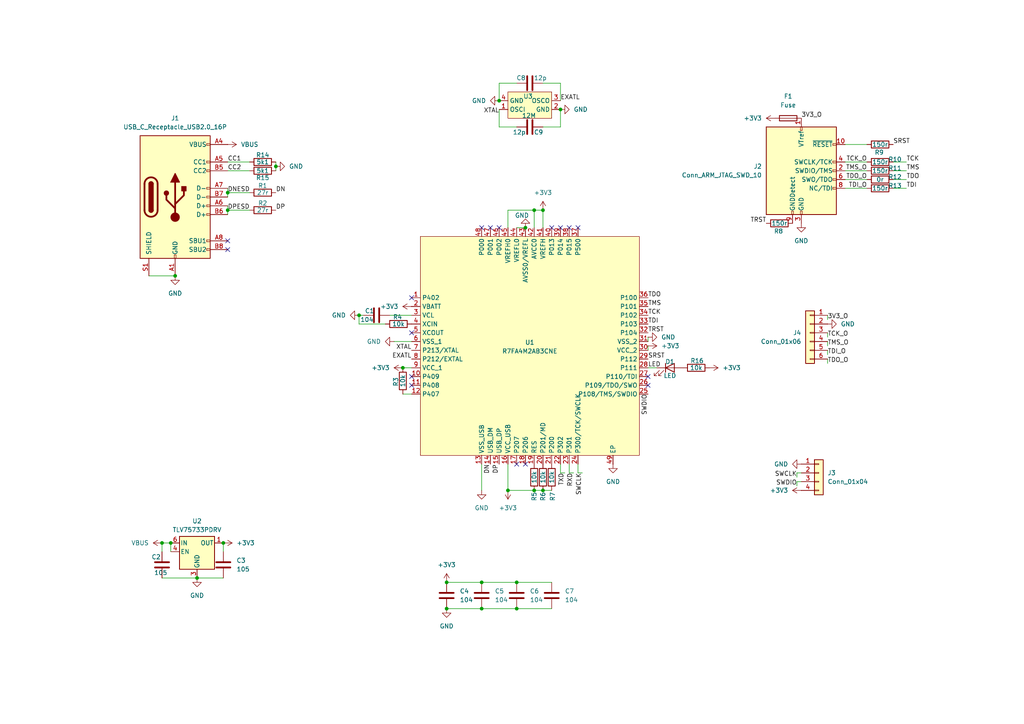
<source format=kicad_sch>
(kicad_sch (version 20231120) (generator "eeschema") (generator_version "8.0")
  (paper "A4")
  (lib_symbols
    (symbol "1st_commonly:OSC"
      (property "Reference" "U" (at 0 5.334 0))
      (property "Value" "12M" (at 0 3.048 0))
      (symbol "OSC_1_1"
        (polyline (pts (xy -6.35 3.81) (xy -6.35 -3.81) (xy 6.35 -3.81) (xy 6.35 3.81) (xy -6.35 3.81)) (fill (type background)))
        (pin input line (at -8.89 -1.27 0) (length 2.54) (name "OSCI") (number "1"))
        (pin input line (at 8.89 -1.27 180) (length 2.54) (name "GND") (number "2"))
        (pin input line (at 8.89 1.27 180) (length 2.54) (name "OSCO") (number "3"))
        (pin input line (at -8.89 1.27 0) (length 2.54) (name "GND") (number "4"))
      )
    )
    (symbol "Connector:Conn_ARM_JTAG_SWD_10" (pin_names (offset 1.016))
      (property "Reference" "J" (at -2.54 16.51 0))
      (property "Value" "Conn_ARM_JTAG_SWD_10" (at -2.54 13.97 0))
      (symbol "Conn_ARM_JTAG_SWD_10_0_1"
        (rectangle (start -10.16 12.7) (end 10.16 -12.7) (stroke (width 0.254)) (fill (type background)))
        (rectangle (start -2.794 -12.7) (end -2.286 -11.684))
        (rectangle (start -0.254 -12.7) (end 0.254 -11.684))
        (rectangle (start -0.254 12.7) (end 0.254 11.684))
        (rectangle (start 9.144 2.286) (end 10.16 2.794))
        (rectangle (start 10.16 -2.794) (end 9.144 -2.286))
        (rectangle (start 10.16 -0.254) (end 9.144 0.254))
        (rectangle (start 10.16 7.874) (end 9.144 7.366))
      )
      (symbol "Conn_ARM_JTAG_SWD_10_1_1"
        (rectangle (start 9.144 -5.334) (end 10.16 -4.826))
        (pin power_in line (at 0 15.24 270) (length 2.54) (name "VTref") (number "1"))
        (pin open_collector line (at 12.7 7.62 180) (length 2.54) (name "~{RESET}") (number "10"))
        (pin bidirectional line (at 12.7 0 180) (length 2.54) (name "SWDIO/TMS") (number "2"))
        (pin power_in line (at 0 -15.24 90) (length 2.54) (name "GND") (number "3"))
        (pin output line (at 12.7 2.54 180) (length 2.54) (name "SWCLK/TCK") (number "4"))
        (pin passive line (at 0 -15.24 90) (length 2.54) hide (name "GND") (number "5"))
        (pin input line (at 12.7 -2.54 180) (length 2.54) (name "SWO/TDO") (number "6"))
        (pin no_connect line (at -10.16 0 0) (length 2.54) hide (name "KEY") (number "7"))
        (pin output line (at 12.7 -5.08 180) (length 2.54) (name "NC/TDI") (number "8"))
        (pin passive line (at -2.54 -15.24 90) (length 2.54) (name "GNDDetect") (number "9"))
      )
    )
    (symbol "Connector:USB_C_Receptacle_USB2.0_16P" (pin_names (offset 1.016))
      (property "Reference" "J" (at 0 22.225 0))
      (property "Value" "USB_C_Receptacle_USB2.0_16P" (at 0 19.685 0))
      (symbol "USB_C_Receptacle_USB2.0_16P_0_0"
        (rectangle (start -0.254 -17.78) (end 0.254 -16.764))
        (rectangle (start 10.16 -14.986) (end 9.144 -15.494))
        (rectangle (start 10.16 -12.446) (end 9.144 -12.954))
        (rectangle (start 10.16 -4.826) (end 9.144 -5.334))
        (rectangle (start 10.16 -2.286) (end 9.144 -2.794))
        (rectangle (start 10.16 0.254) (end 9.144 -0.254))
        (rectangle (start 10.16 2.794) (end 9.144 2.286))
        (rectangle (start 10.16 7.874) (end 9.144 7.366))
        (rectangle (start 10.16 10.414) (end 9.144 9.906))
        (rectangle (start 10.16 15.494) (end 9.144 14.986))
      )
      (symbol "USB_C_Receptacle_USB2.0_16P_0_1"
        (rectangle (start -10.16 17.78) (end 10.16 -17.78) (stroke (width 0.254)) (fill (type background)))
        (arc (start -8.89 -3.81) (mid -6.985 -5.7067) (end -5.08 -3.81) (stroke (width 0.508)))
        (arc (start -7.62 -3.81) (mid -6.985 -4.4423) (end -6.35 -3.81) (stroke (width 0.254)))
        (arc (start -7.62 -3.81) (mid -6.985 -4.4423) (end -6.35 -3.81) (stroke (width 0.254)) (fill (type outline)))
        (rectangle (start -7.62 -3.81) (end -6.35 3.81) (stroke (width 0.254)) (fill (type outline)))
        (arc (start -6.35 3.81) (mid -6.985 4.4423) (end -7.62 3.81) (stroke (width 0.254)))
        (arc (start -6.35 3.81) (mid -6.985 4.4423) (end -7.62 3.81) (stroke (width 0.254)) (fill (type outline)))
        (arc (start -5.08 3.81) (mid -6.985 5.7067) (end -8.89 3.81) (stroke (width 0.508)))
        (circle (center -2.54 1.143) (radius 0.635) (stroke (width 0.254)) (fill (type outline)))
        (circle (center 0 -5.842) (radius 1.27) (fill (type outline)))
        (polyline (pts (xy -8.89 -3.81) (xy -8.89 3.81)) (stroke (width 0.508)))
        (polyline (pts (xy -5.08 3.81) (xy -5.08 -3.81)) (stroke (width 0.508)))
        (polyline (pts (xy 0 -5.842) (xy 0 4.318)) (stroke (width 0.508)))
        (polyline (pts (xy 0 -3.302) (xy -2.54 -0.762) (xy -2.54 0.508)) (stroke (width 0.508)))
        (polyline (pts (xy 0 -2.032) (xy 2.54 0.508) (xy 2.54 1.778)) (stroke (width 0.508)))
        (polyline (pts (xy -1.27 4.318) (xy 0 6.858) (xy 1.27 4.318) (xy -1.27 4.318)) (stroke (width 0.254)) (fill (type outline)))
        (rectangle (start 1.905 1.778) (end 3.175 3.048) (stroke (width 0.254)) (fill (type outline)))
      )
      (symbol "USB_C_Receptacle_USB2.0_16P_1_1"
        (pin passive line (at 0 -22.86 90) (length 5.08) (name "GND") (number "A1"))
        (pin passive line (at 0 -22.86 90) (length 5.08) hide (name "GND") (number "A12"))
        (pin passive line (at 15.24 15.24 180) (length 5.08) (name "VBUS") (number "A4"))
        (pin bidirectional line (at 15.24 10.16 180) (length 5.08) (name "CC1") (number "A5"))
        (pin bidirectional line (at 15.24 -2.54 180) (length 5.08) (name "D+") (number "A6"))
        (pin bidirectional line (at 15.24 2.54 180) (length 5.08) (name "D-") (number "A7"))
        (pin bidirectional line (at 15.24 -12.7 180) (length 5.08) (name "SBU1") (number "A8"))
        (pin passive line (at 15.24 15.24 180) (length 5.08) hide (name "VBUS") (number "A9"))
        (pin passive line (at 0 -22.86 90) (length 5.08) hide (name "GND") (number "B1"))
        (pin passive line (at 0 -22.86 90) (length 5.08) hide (name "GND") (number "B12"))
        (pin passive line (at 15.24 15.24 180) (length 5.08) hide (name "VBUS") (number "B4"))
        (pin bidirectional line (at 15.24 7.62 180) (length 5.08) (name "CC2") (number "B5"))
        (pin bidirectional line (at 15.24 -5.08 180) (length 5.08) (name "D+") (number "B6"))
        (pin bidirectional line (at 15.24 0 180) (length 5.08) (name "D-") (number "B7"))
        (pin bidirectional line (at 15.24 -15.24 180) (length 5.08) (name "SBU2") (number "B8"))
        (pin passive line (at 15.24 15.24 180) (length 5.08) hide (name "VBUS") (number "B9"))
        (pin passive line (at -7.62 -22.86 90) (length 5.08) (name "SHIELD") (number "S1"))
      )
    )
    (symbol "Connector_Generic:Conn_01x04" (pin_names (offset 1.016) hide)
      (property "Reference" "J" (at 0 5.08 0))
      (property "Value" "Conn_01x04" (at 0 -7.62 0))
      (symbol "Conn_01x04_1_1"
        (rectangle (start -1.27 -4.953) (end 0 -5.207) (stroke (width 0.1524)))
        (rectangle (start -1.27 -2.413) (end 0 -2.667) (stroke (width 0.1524)))
        (rectangle (start -1.27 0.127) (end 0 -0.127) (stroke (width 0.1524)))
        (rectangle (start -1.27 2.667) (end 0 2.413) (stroke (width 0.1524)))
        (rectangle (start -1.27 3.81) (end 1.27 -6.35) (stroke (width 0.254)) (fill (type background)))
        (pin passive line (at -5.08 2.54 0) (length 3.81) (name "Pin_1") (number "1"))
        (pin passive line (at -5.08 0 0) (length 3.81) (name "Pin_2") (number "2"))
        (pin passive line (at -5.08 -2.54 0) (length 3.81) (name "Pin_3") (number "3"))
        (pin passive line (at -5.08 -5.08 0) (length 3.81) (name "Pin_4") (number "4"))
      )
    )
    (symbol "Connector_Generic:Conn_01x06" (pin_names (offset 1.016) hide)
      (property "Reference" "J" (at 0 7.62 0))
      (property "Value" "Conn_01x06" (at 0 -10.16 0))
      (symbol "Conn_01x06_1_1"
        (rectangle (start -1.27 -7.493) (end 0 -7.747) (stroke (width 0.1524)))
        (rectangle (start -1.27 -4.953) (end 0 -5.207) (stroke (width 0.1524)))
        (rectangle (start -1.27 -2.413) (end 0 -2.667) (stroke (width 0.1524)))
        (rectangle (start -1.27 0.127) (end 0 -0.127) (stroke (width 0.1524)))
        (rectangle (start -1.27 2.667) (end 0 2.413) (stroke (width 0.1524)))
        (rectangle (start -1.27 5.207) (end 0 4.953) (stroke (width 0.1524)))
        (rectangle (start -1.27 6.35) (end 1.27 -8.89) (stroke (width 0.254)) (fill (type background)))
        (pin passive line (at -5.08 5.08 0) (length 3.81) (name "Pin_1") (number "1"))
        (pin passive line (at -5.08 2.54 0) (length 3.81) (name "Pin_2") (number "2"))
        (pin passive line (at -5.08 0 0) (length 3.81) (name "Pin_3") (number "3"))
        (pin passive line (at -5.08 -2.54 0) (length 3.81) (name "Pin_4") (number "4"))
        (pin passive line (at -5.08 -5.08 0) (length 3.81) (name "Pin_5") (number "5"))
        (pin passive line (at -5.08 -7.62 0) (length 3.81) (name "Pin_6") (number "6"))
      )
    )
    (symbol "Device:C" (pin_numbers hide) (pin_names (offset 0.254))
      (property "Reference" "C" (at 0.635 2.54 0))
      (property "Value" "C" (at 0.635 -2.54 0))
      (symbol "C_0_1"
        (polyline (pts (xy -2.032 -0.762) (xy 2.032 -0.762)) (stroke (width 0.508)))
        (polyline (pts (xy -2.032 0.762) (xy 2.032 0.762)) (stroke (width 0.508)))
      )
      (symbol "C_1_1"
        (pin passive line (at 0 3.81 270) (length 2.794) (name "~") (number "1"))
        (pin passive line (at 0 -3.81 90) (length 2.794) (name "~") (number "2"))
      )
    )
    (symbol "Device:Fuse" (pin_numbers hide) (pin_names (offset 0))
      (property "Reference" "F" (at 2.032 0 90))
      (property "Value" "Fuse" (at -1.905 0 90))
      (symbol "Fuse_0_1"
        (rectangle (start -0.762 -2.54) (end 0.762 2.54) (stroke (width 0.254)))
        (polyline (pts (xy 0 2.54) (xy 0 -2.54)))
      )
      (symbol "Fuse_1_1"
        (pin passive line (at 0 3.81 270) (length 1.27) (name "~") (number "1"))
        (pin passive line (at 0 -3.81 90) (length 1.27) (name "~") (number "2"))
      )
    )
    (symbol "Device:LED" (pin_numbers hide) (pin_names (offset 1.016) hide)
      (property "Reference" "D" (at 0 2.54 0))
      (property "Value" "LED" (at 0 -2.54 0))
      (symbol "LED_0_1"
        (polyline (pts (xy -1.27 -1.27) (xy -1.27 1.27)) (stroke (width 0.254)))
        (polyline (pts (xy -1.27 0) (xy 1.27 0)))
        (polyline (pts (xy 1.27 -1.27) (xy 1.27 1.27) (xy -1.27 0) (xy 1.27 -1.27)) (stroke (width 0.254)))
        (polyline (pts (xy -3.048 -0.762) (xy -4.572 -2.286) (xy -3.81 -2.286) (xy -4.572 -2.286) (xy -4.572 -1.524)))
        (polyline (pts (xy -1.778 -0.762) (xy -3.302 -2.286) (xy -2.54 -2.286) (xy -3.302 -2.286) (xy -3.302 -1.524)))
      )
      (symbol "LED_1_1"
        (pin passive line (at -3.81 0 0) (length 2.54) (name "K") (number "1"))
        (pin passive line (at 3.81 0 180) (length 2.54) (name "A") (number "2"))
      )
    )
    (symbol "Device:R" (pin_numbers hide) (pin_names (offset 0))
      (property "Reference" "R" (at 2.032 0 90))
      (property "Value" "R" (at 0 0 90))
      (symbol "R_0_1"
        (rectangle (start -1.016 -2.54) (end 1.016 2.54) (stroke (width 0.254)))
      )
      (symbol "R_1_1"
        (pin passive line (at 0 3.81 270) (length 1.27) (name "~") (number "1"))
        (pin passive line (at 0 -3.81 90) (length 1.27) (name "~") (number "2"))
      )
    )
    (symbol "Regulator_Linear:TLV75733PDRV" (pin_names (offset 0.254))
      (property "Reference" "U" (at -3.81 5.715 0))
      (property "Value" "TLV75733PDRV" (at 0 5.715 0))
      (symbol "TLV75733PDRV_0_1"
        (rectangle (start -5.08 4.445) (end 5.08 -5.08) (stroke (width 0.254)) (fill (type background)))
      )
      (symbol "TLV75733PDRV_1_1"
        (pin power_out line (at 7.62 2.54 180) (length 2.54) (name "OUT") (number "1"))
        (pin no_connect line (at 5.08 0 180) (length 2.54) hide (name "NC") (number "2"))
        (pin power_in line (at 0 -7.62 90) (length 2.54) (name "GND") (number "3"))
        (pin input line (at -7.62 0 0) (length 2.54) (name "EN") (number "4"))
        (pin no_connect line (at 5.08 -2.54 180) (length 2.54) hide (name "NC") (number "5"))
        (pin power_in line (at -7.62 2.54 0) (length 2.54) (name "IN") (number "6"))
        (pin passive line (at 0 -7.62 90) (length 2.54) hide (name "GND") (number "7"))
      )
    )
    (symbol "Renesas MCU:R7FA4M2AB3CFL#AA0"
      (property "Reference" "U1" (at 0 1.016 0))
      (property "Value" "R7FA4M2AB3CNE" (at 0 -1.524 0))
      (symbol "R7FA4M2AB3CFL#AA0_1_1"
        (rectangle (start -31.75 31.75) (end 31.75 -31.75) (fill (type background)))
        (pin passive line (at -34.29 13.97 0) (length 2.54) (name "P402") (number "1"))
        (pin passive line (at -34.29 -8.89 0) (length 2.54) (name "P409") (number "10"))
        (pin passive line (at -34.29 -11.43 0) (length 2.54) (name "P408") (number "11"))
        (pin passive line (at -34.29 -13.97 0) (length 2.54) (name "P407") (number "12"))
        (pin passive line (at -13.97 -34.29 90) (length 2.54) (name "VSS_USB") (number "13"))
        (pin passive line (at -11.43 -34.29 90) (length 2.54) (name "USB_DM") (number "14"))
        (pin passive line (at -8.89 -34.29 90) (length 2.54) (name "USB_DP") (number "15"))
        (pin passive line (at -6.35 -34.29 90) (length 2.54) (name "VCC_USB") (number "16"))
        (pin passive line (at -3.81 -34.29 90) (length 2.54) (name "P207") (number "17"))
        (pin passive line (at -1.27 -34.29 90) (length 2.54) (name "P206") (number "18"))
        (pin passive line (at 1.27 -34.29 90) (length 2.54) (name "RES") (number "19"))
        (pin passive line (at -34.29 11.43 0) (length 2.54) (name "VBATT") (number "2"))
        (pin passive line (at 3.81 -34.29 90) (length 2.54) (name "P201/MD") (number "20"))
        (pin passive line (at 6.35 -34.29 90) (length 2.54) (name "P200") (number "21"))
        (pin passive line (at 8.89 -34.29 90) (length 2.54) (name "P302") (number "22"))
        (pin passive line (at 11.43 -34.29 90) (length 2.54) (name "P301") (number "23"))
        (pin passive line (at 13.97 -34.29 90) (length 2.54) (name "P300/TCK/SWCLK") (number "24"))
        (pin passive line (at 34.29 -13.97 180) (length 2.54) (name "P108/TMS/SWDIO") (number "25"))
        (pin passive line (at 34.29 -11.43 180) (length 2.54) (name "P109/TDO/SWO") (number "26"))
        (pin passive line (at 34.29 -8.89 180) (length 2.54) (name "P110/TDI") (number "27"))
        (pin passive line (at 34.29 -6.35 180) (length 2.54) (name "P111") (number "28"))
        (pin passive line (at 34.29 -3.81 180) (length 2.54) (name "P112") (number "29"))
        (pin passive line (at -34.29 8.89 0) (length 2.54) (name "VCL") (number "3"))
        (pin passive line (at 34.29 -1.27 180) (length 2.54) (name "VCC_2") (number "30"))
        (pin passive line (at 34.29 1.27 180) (length 2.54) (name "VSS_2") (number "31"))
        (pin passive line (at 34.29 3.81 180) (length 2.54) (name "P104") (number "32"))
        (pin passive line (at 34.29 6.35 180) (length 2.54) (name "P103") (number "33"))
        (pin passive line (at 34.29 8.89 180) (length 2.54) (name "P102") (number "34"))
        (pin passive line (at 34.29 11.43 180) (length 2.54) (name "P101") (number "35"))
        (pin passive line (at 34.29 13.97 180) (length 2.54) (name "P100") (number "36"))
        (pin passive line (at 13.97 34.29 270) (length 2.54) (name "P500") (number "37"))
        (pin passive line (at 11.43 34.29 270) (length 2.54) (name "P015") (number "38"))
        (pin passive line (at 8.89 34.29 270) (length 2.54) (name "P014") (number "39"))
        (pin passive line (at -34.29 6.35 0) (length 2.54) (name "XCIN") (number "4"))
        (pin passive line (at 6.35 34.29 270) (length 2.54) (name "P013") (number "40"))
        (pin passive line (at 3.81 34.29 270) (length 2.54) (name "VREFH") (number "41"))
        (pin passive line (at 1.27 34.29 270) (length 2.54) (name "AVCC0") (number "42"))
        (pin passive line (at -1.27 34.29 270) (length 2.54) (name "AVSS0/VREFL") (number "43"))
        (pin passive line (at -3.81 34.29 270) (length 2.54) (name "VREFL0") (number "44"))
        (pin passive line (at -6.35 34.29 270) (length 2.54) (name "VREFH0") (number "45"))
        (pin passive line (at -8.89 34.29 270) (length 2.54) (name "P002") (number "46"))
        (pin passive line (at -11.43 34.29 270) (length 2.54) (name "P001") (number "47"))
        (pin passive line (at -13.97 34.29 270) (length 2.54) (name "P000") (number "48"))
        (pin passive line (at 24.13 -34.29 90) (length 2.54) (name "EP") (number "49"))
        (pin passive line (at -34.29 3.81 0) (length 2.54) (name "XCOUT") (number "5"))
        (pin passive line (at -34.29 1.27 0) (length 2.54) (name "VSS_1") (number "6"))
        (pin passive line (at -34.29 -1.27 0) (length 2.54) (name "P213/XTAL") (number "7"))
        (pin passive line (at -34.29 -3.81 0) (length 2.54) (name "P212/EXTAL") (number "8"))
        (pin passive line (at -34.29 -6.35 0) (length 2.54) (name "VCC_1") (number "9"))
      )
    )
    (symbol "power:+3V3" (power) (pin_numbers hide) (pin_names (offset 0) hide)
      (property "Value" "+3V3" (at 0 3.556 0))
      (symbol "+3V3_0_1"
        (polyline (pts (xy -0.762 1.27) (xy 0 2.54)))
        (polyline (pts (xy 0 0) (xy 0 2.54)))
        (polyline (pts (xy 0 2.54) (xy 0.762 1.27)))
      )
      (symbol "+3V3_1_1"
        (pin power_in line (at 0 0 90) (length 0) (name "~") (number "1"))
      )
    )
    (symbol "power:GND" (power) (pin_numbers hide) (pin_names (offset 0) hide)
      (property "Value" "GND" (at 0 -3.81 0))
      (symbol "GND_0_1"
        (polyline (pts (xy 0 0) (xy 0 -1.27) (xy 1.27 -1.27) (xy 0 -2.54) (xy -1.27 -1.27) (xy 0 -1.27)))
      )
      (symbol "GND_1_1"
        (pin power_in line (at 0 0 270) (length 0) (name "~") (number "1"))
      )
    )
    (symbol "power:VBUS" (power) (pin_numbers hide) (pin_names (offset 0) hide)
      (property "Value" "VBUS" (at 0 3.556 0))
      (symbol "VBUS_0_1"
        (polyline (pts (xy -0.762 1.27) (xy 0 2.54)))
        (polyline (pts (xy 0 0) (xy 0 2.54)))
        (polyline (pts (xy 0 2.54) (xy 0.762 1.27)))
      )
      (symbol "VBUS_1_1"
        (pin power_in line (at 0 0 90) (length 0) (name "~") (number "1"))
      )
    )
  )
  (junction (at 129.54 168.91))
  (junction (at 149.86 168.91))
  (junction (at 104.14 91.44))
  (junction (at 152.4 66.04))
  (junction (at 50.8 80.01))
  (junction (at 139.7 176.53))
  (junction (at 162.56 31.75))
  (junction (at 154.94 60.96))
  (junction (at 129.54 176.53))
  (junction (at 144.78 29.21))
  (junction (at 139.7 168.91))
  (junction (at 46.99 157.48))
  (junction (at 157.48 142.24))
  (junction (at 64.77 157.48))
  (junction (at 154.94 142.24))
  (junction (at 57.15 167.64))
  (junction (at 66.04 60.96))
  (junction (at 66.04 55.88))
  (junction (at 49.53 157.48))
  (junction (at 147.32 142.24))
  (junction (at 149.86 176.53))
  (junction (at 80.01 48.26))
  (junction (at 116.84 106.68))
  (junction (at 157.48 60.96))
  (no_connect (at 119.38 109.22))
  (no_connect (at 144.78 66.04))
  (no_connect (at 160.02 66.04))
  (no_connect (at 187.96 111.76))
  (no_connect (at 119.38 86.36))
  (no_connect (at 162.56 66.04))
  (no_connect (at 119.38 111.76))
  (no_connect (at 66.04 72.39))
  (no_connect (at 149.86 134.62))
  (no_connect (at 165.1 66.04))
  (no_connect (at 119.38 96.52))
  (no_connect (at 139.7 66.04))
  (no_connect (at 152.4 134.62))
  (no_connect (at 187.96 109.22))
  (no_connect (at 142.24 66.04))
  (no_connect (at 66.04 69.85))
  (no_connect (at 167.64 66.04))
  (wire (pts (xy 240.03 92.71) (xy 240.03 91.44)))
  (wire (pts (xy 116.84 106.68) (xy 119.38 106.68)))
  (wire (pts (xy 240.03 97.79) (xy 240.03 96.52)))
  (wire (pts (xy 147.32 60.96) (xy 154.94 60.96)))
  (wire (pts (xy 251.46 54.61) (xy 245.11 54.61)))
  (wire (pts (xy 46.99 167.64) (xy 57.15 167.64)))
  (wire (pts (xy 251.46 41.91) (xy 245.11 41.91)))
  (wire (pts (xy 154.94 60.96) (xy 154.94 66.04)))
  (wire (pts (xy 231.14 139.7) (xy 232.41 139.7)))
  (wire (pts (xy 111.76 93.98) (xy 104.14 93.98)))
  (wire (pts (xy 157.48 142.24) (xy 160.02 142.24)))
  (wire (pts (xy 157.48 60.96) (xy 157.48 66.04)))
  (wire (pts (xy 72.39 60.96) (xy 66.04 60.96)))
  (wire (pts (xy 49.53 157.48) (xy 49.53 160.02)))
  (wire (pts (xy 262.89 54.61) (xy 259.08 54.61)))
  (wire (pts (xy 57.15 167.64) (xy 64.77 167.64)))
  (wire (pts (xy 262.89 46.99) (xy 259.08 46.99)))
  (wire (pts (xy 149.86 66.04) (xy 152.4 66.04)))
  (wire (pts (xy 64.77 157.48) (xy 64.77 160.02)))
  (wire (pts (xy 162.56 24.13) (xy 157.48 24.13)))
  (wire (pts (xy 80.01 48.26) (xy 80.01 49.53)))
  (wire (pts (xy 167.64 137.16) (xy 168.91 137.16)))
  (wire (pts (xy 104.14 91.44) (xy 105.41 91.44)))
  (wire (pts (xy 113.03 91.44) (xy 119.38 91.44)))
  (wire (pts (xy 139.7 142.24) (xy 139.7 134.62)))
  (wire (pts (xy 144.78 24.13) (xy 144.78 29.21)))
  (wire (pts (xy 154.94 142.24) (xy 157.48 142.24)))
  (wire (pts (xy 144.78 31.75) (xy 144.78 36.83)))
  (wire (pts (xy 231.14 138.43) (xy 231.14 137.16)))
  (wire (pts (xy 129.54 176.53) (xy 139.7 176.53)))
  (wire (pts (xy 46.99 157.48) (xy 49.53 157.48)))
  (wire (pts (xy 187.96 106.68) (xy 190.5 106.68)))
  (wire (pts (xy 114.3 99.06) (xy 119.38 99.06)))
  (wire (pts (xy 66.04 54.61) (xy 66.04 55.88)))
  (wire (pts (xy 251.46 52.07) (xy 245.11 52.07)))
  (wire (pts (xy 66.04 46.99) (xy 72.39 46.99)))
  (wire (pts (xy 165.1 137.16) (xy 166.37 137.16)))
  (wire (pts (xy 129.54 168.91) (xy 139.7 168.91)))
  (wire (pts (xy 187.96 100.33) (xy 187.96 101.6)))
  (wire (pts (xy 147.32 142.24) (xy 154.94 142.24)))
  (wire (pts (xy 116.84 114.3) (xy 119.38 114.3)))
  (wire (pts (xy 72.39 55.88) (xy 66.04 55.88)))
  (wire (pts (xy 162.56 137.16) (xy 163.83 137.16)))
  (wire (pts (xy 240.03 105.41) (xy 240.03 104.14)))
  (wire (pts (xy 66.04 49.53) (xy 72.39 49.53)))
  (wire (pts (xy 231.14 140.97) (xy 231.14 139.7)))
  (wire (pts (xy 231.14 137.16) (xy 232.41 137.16)))
  (wire (pts (xy 149.86 168.91) (xy 160.02 168.91)))
  (wire (pts (xy 251.46 49.53) (xy 245.11 49.53)))
  (wire (pts (xy 139.7 168.91) (xy 149.86 168.91)))
  (wire (pts (xy 165.1 134.62) (xy 165.1 137.16)))
  (wire (pts (xy 147.32 142.24) (xy 147.32 134.62)))
  (wire (pts (xy 240.03 102.87) (xy 240.03 101.6)))
  (wire (pts (xy 154.94 60.96) (xy 157.48 60.96)))
  (wire (pts (xy 262.89 52.07) (xy 259.08 52.07)))
  (wire (pts (xy 147.32 66.04) (xy 147.32 60.96)))
  (wire (pts (xy 162.56 134.62) (xy 162.56 137.16)))
  (wire (pts (xy 262.89 49.53) (xy 259.08 49.53)))
  (wire (pts (xy 157.48 36.83) (xy 162.56 36.83)))
  (wire (pts (xy 162.56 36.83) (xy 162.56 31.75)))
  (wire (pts (xy 66.04 55.88) (xy 66.04 57.15)))
  (wire (pts (xy 162.56 29.21) (xy 162.56 24.13)))
  (wire (pts (xy 149.86 24.13) (xy 144.78 24.13)))
  (wire (pts (xy 240.03 100.33) (xy 240.03 99.06)))
  (wire (pts (xy 139.7 176.53) (xy 149.86 176.53)))
  (wire (pts (xy 251.46 46.99) (xy 245.11 46.99)))
  (wire (pts (xy 66.04 60.96) (xy 66.04 62.23)))
  (wire (pts (xy 46.99 157.48) (xy 46.99 160.02)))
  (wire (pts (xy 144.78 36.83) (xy 149.86 36.83)))
  (wire (pts (xy 43.18 80.01) (xy 50.8 80.01)))
  (wire (pts (xy 167.64 134.62) (xy 167.64 137.16)))
  (wire (pts (xy 149.86 176.53) (xy 160.02 176.53)))
  (wire (pts (xy 80.01 46.99) (xy 80.01 48.26)))
  (wire (pts (xy 104.14 93.98) (xy 104.14 91.44)))
  (wire (pts (xy 66.04 59.69) (xy 66.04 60.96)))
  (wire (pts (xy 187.96 97.79) (xy 187.96 99.06)))
  (label "TDI" (at 187.96 93.98 0))
  (label "TMS_O" (at 240.03 100.33 0))
  (label "SWCLK" (at 231.14 138.43 180))
  (label "DP" (at 80.01 60.96 0))
  (label "TDO_O" (at 240.03 105.41 0))
  (label "TDI_O" (at 251.46 54.61 180))
  (label "SWDIO" (at 231.14 140.97 180))
  (label "TMS" (at 187.96 88.9 0))
  (label "3V3_O" (at 240.03 92.71 0))
  (label "RXD" (at 166.37 137.16 270))
  (label "TRST" (at 187.96 96.52 0))
  (label "DN" (at 80.01 55.88 0))
  (label "3V3_O" (at 232.41 34.29 0))
  (label "SRST" (at 187.96 104.14 0))
  (label "EXATL" (at 162.56 29.21 0))
  (label "TCK" (at 187.96 91.44 0))
  (label "XTAL" (at 144.78 33.02 180))
  (label "TXD" (at 163.83 137.16 270))
  (label "SWCLK" (at 168.91 137.16 270))
  (label "DP" (at 144.78 134.62 270))
  (label "XTAL" (at 119.38 101.6 180))
  (label "TDI" (at 262.89 54.61 0))
  (label "TDO_O" (at 251.46 52.07 180))
  (label "TDO" (at 187.96 86.36 0))
  (label "CC2" (at 66.04 49.53 0))
  (label "DN" (at 142.24 134.62 270))
  (label "TMS_O" (at 251.46 49.53 180))
  (label "SRST" (at 259.08 41.91 0))
  (label "TDI_O" (at 240.03 102.87 0))
  (label "SWDIO" (at 187.96 114.3 270))
  (label "TCK_O" (at 240.03 97.79 0))
  (label "LED" (at 187.96 106.68 0))
  (label "TRST" (at 222.25 64.77 180))
  (label "DNESD" (at 66.04 55.88 0))
  (label "TCK_O" (at 251.46 46.99 180))
  (label "CC1" (at 66.04 46.99 0))
  (label "DPESD" (at 66.04 60.96 0))
  (label "TCK" (at 262.89 46.99 0))
  (label "TDO" (at 262.89 52.07 0))
  (label "EXATL" (at 119.38 104.14 180))
  (label "TMS" (at 262.89 49.53 0))
  (symbol (lib_id "Device:R") (at 157.48 138.43 180) (unit 1)
    (property "Reference" "R6" (at 157.48 144.018 90))
    (property "Value" "10k" (at 157.48 138.43 90))
    (property "Footprint" "Resistor_SMD:R_0402_1005Metric" (effects (hide yes)))
    (property "Description" "Resistor" (effects (hide yes)))
  )
  (symbol (lib_id "power:GND") (at 177.8 134.62 0) (unit 1)
    (property "Reference" "#PWR020" (effects (hide yes)))
    (property "Value" "GND" (at 177.8 139.7 0))
    (property "Description" "Power symbol creates a global label with name \"GND\" , ground" (effects (hide yes)))
  )
  (symbol (lib_id "power:+3V3") (at 147.32 142.24 180) (unit 1)
    (property "Reference" "#PWR08" (effects (hide yes)))
    (property "Value" "+3V3" (at 147.32 147.32 0))
    (property "Description" "Power symbol creates a global label with name \"+3V3\"" (effects (hide yes)))
  )
  (symbol (lib_id "Device:C") (at 64.77 163.83 0) (unit 1)
    (property "Reference" "C3" (at 68.58 162.5599 0) (effects (justify left)))
    (property "Value" "105" (at 68.58 165.0999 0) (effects (justify left)))
    (property "Footprint" "Capacitor_SMD:C_0402_1005Metric" (effects (hide yes)))
    (property "Description" "Unpolarized capacitor" (effects (hide yes)))
  )
  (symbol (lib_id "Device:LED") (at 194.31 106.68 0) (unit 1)
    (property "Reference" "D1" (at 194.31 104.902 0))
    (property "Value" "LED" (at 194.31 108.966 0))
    (property "Footprint" "LED_SMD:LED_0402_1005Metric" (effects (hide yes)))
    (property "Description" "Light emitting diode" (effects (hide yes)))
  )
  (symbol (lib_id "Device:C") (at 160.02 172.72 0) (unit 1)
    (property "Reference" "C7" (at 163.83 171.4499 0) (effects (justify left)))
    (property "Value" "104" (at 163.83 173.9899 0) (effects (justify left)))
    (property "Footprint" "Capacitor_SMD:C_0402_1005Metric" (effects (hide yes)))
    (property "Description" "Unpolarized capacitor" (effects (hide yes)))
  )
  (symbol (lib_id "power:GND") (at 104.14 91.44 270) (unit 1)
    (property "Reference" "#PWR04" (effects (hide yes)))
    (property "Value" "GND" (at 100.33 91.4399 90) (effects (justify right)))
    (property "Description" "Power symbol creates a global label with name \"GND\" , ground" (effects (hide yes)))
  )
  (symbol (lib_id "Device:R") (at 255.27 52.07 90) (unit 1)
    (property "Reference" "R12" (at 259.588 51.308 90))
    (property "Value" "0r" (at 255.27 52.07 90))
    (property "Footprint" "Resistor_SMD:R_0402_1005Metric" (effects (hide yes)))
    (property "Description" "Resistor" (effects (hide yes)))
  )
  (symbol (lib_id "power:GND") (at 144.78 29.21 270) (unit 1)
    (property "Reference" "#PWR022" (effects (hide yes)))
    (property "Value" "GND" (at 140.97 29.2099 90) (effects (justify right)))
    (property "Description" "Power symbol creates a global label with name \"GND\" , ground" (effects (hide yes)))
  )
  (symbol (lib_id "power:+3V3") (at 119.38 88.9 90) (unit 1)
    (property "Reference" "#PWR05" (effects (hide yes)))
    (property "Value" "+3V3" (at 115.57 88.8999 90) (effects (justify left)))
    (property "Description" "Power symbol creates a global label with name \"+3V3\"" (effects (hide yes)))
  )
  (symbol (lib_id "Device:R") (at 255.27 41.91 90) (unit 1)
    (property "Reference" "R9" (at 255.016 44.196 90))
    (property "Value" "150r" (at 255.27 41.91 90))
    (property "Footprint" "Resistor_SMD:R_0402_1005Metric" (effects (hide yes)))
    (property "Description" "Resistor" (effects (hide yes)))
  )
  (symbol (lib_id "power:GND") (at 232.41 134.62 270) (unit 1)
    (property "Reference" "#PWR026" (effects (hide yes)))
    (property "Value" "GND" (at 228.6 134.6199 90) (effects (justify right)))
    (property "Description" "Power symbol creates a global label with name \"GND\" , ground" (effects (hide yes)))
  )
  (symbol (lib_id "Device:C") (at 153.67 24.13 90) (unit 1)
    (property "Reference" "C8" (at 151.13 22.606 90))
    (property "Value" "12p" (at 156.718 22.606 90))
    (property "Footprint" "Capacitor_SMD:C_0402_1005Metric" (effects (hide yes)))
    (property "Description" "Unpolarized capacitor" (effects (hide yes)))
  )
  (symbol (lib_id "Device:C") (at 149.86 172.72 0) (unit 1)
    (property "Reference" "C6" (at 153.67 171.4499 0) (effects (justify left)))
    (property "Value" "104" (at 153.67 173.9899 0) (effects (justify left)))
    (property "Footprint" "Capacitor_SMD:C_0402_1005Metric" (effects (hide yes)))
    (property "Description" "Unpolarized capacitor" (effects (hide yes)))
  )
  (symbol (lib_id "power:+3V3") (at 224.79 34.29 90) (unit 1)
    (property "Reference" "#PWR015" (effects (hide yes)))
    (property "Value" "+3V3" (at 220.98 34.2899 90) (effects (justify left)))
    (property "Description" "Power symbol creates a global label with name \"+3V3\"" (effects (hide yes)))
  )
  (symbol (lib_id "Device:C") (at 153.67 36.83 90) (unit 1)
    (property "Reference" "C9" (at 156.21 38.354 90))
    (property "Value" "12p" (at 150.622 38.354 90))
    (property "Footprint" "Capacitor_SMD:C_0402_1005Metric" (effects (hide yes)))
    (property "Description" "Unpolarized capacitor" (effects (hide yes)))
  )
  (symbol (lib_id "power:+3V3") (at 157.48 60.96 0) (unit 1)
    (property "Reference" "#PWR06" (effects (hide yes)))
    (property "Value" "+3V3" (at 157.48 55.88 0))
    (property "Description" "Power symbol creates a global label with name \"+3V3\"" (effects (hide yes)))
  )
  (symbol (lib_id "1st_commonly:OSC") (at 153.67 30.48 0) (unit 1)
    (property "Reference" "U3" (at 153.162 27.94 0))
    (property "Value" "12M" (at 153.416 33.528 0))
    (property "Footprint" "1st_commonly:Oscillator_SMD_13_3.2x2.5mm" (effects (hide yes)))
  )
  (symbol (lib_id "Device:C") (at 129.54 172.72 0) (unit 1)
    (property "Reference" "C4" (at 133.35 171.4499 0) (effects (justify left)))
    (property "Value" "104" (at 133.35 173.9899 0) (effects (justify left)))
    (property "Footprint" "Capacitor_SMD:C_0402_1005Metric" (effects (hide yes)))
    (property "Description" "Unpolarized capacitor" (effects (hide yes)))
  )
  (symbol (lib_id "Device:R") (at 255.27 49.53 90) (unit 1)
    (property "Reference" "R11" (at 259.588 48.768 90))
    (property "Value" "150r" (at 255.27 49.53 90))
    (property "Footprint" "Resistor_SMD:R_0402_1005Metric" (effects (hide yes)))
    (property "Description" "Resistor" (effects (hide yes)))
  )
  (symbol (lib_id "Device:R") (at 76.2 55.88 90) (unit 1)
    (property "Reference" "R1" (at 76.2 53.848 90))
    (property "Value" "27r" (at 76.2 55.88 90))
    (property "Footprint" "Resistor_SMD:R_0402_1005Metric" (effects (hide yes)))
    (property "Description" "Resistor" (effects (hide yes)))
  )
  (symbol (lib_id "Device:R") (at 115.57 93.98 90) (unit 1)
    (property "Reference" "R4" (at 115.316 91.948 90))
    (property "Value" "10k" (at 115.57 93.98 90))
    (property "Footprint" "Resistor_SMD:R_0402_1005Metric" (effects (hide yes)))
    (property "Description" "Resistor" (effects (hide yes)))
  )
  (symbol (lib_id "power:VBUS") (at 66.04 41.91 270) (unit 1)
    (property "Reference" "#PWR02" (effects (hide yes)))
    (property "Value" "VBUS" (at 69.85 41.9099 90) (effects (justify left)))
    (property "Description" "Power symbol creates a global label with name \"VBUS\"" (effects (hide yes)))
  )
  (symbol (lib_id "Device:C") (at 139.7 172.72 0) (unit 1)
    (property "Reference" "C5" (at 143.51 171.4499 0) (effects (justify left)))
    (property "Value" "104" (at 143.51 173.9899 0) (effects (justify left)))
    (property "Footprint" "Capacitor_SMD:C_0402_1005Metric" (effects (hide yes)))
    (property "Description" "Unpolarized capacitor" (effects (hide yes)))
  )
  (symbol (lib_id "power:VBUS") (at 46.99 157.48 90) (unit 1)
    (property "Reference" "#PWR013" (effects (hide yes)))
    (property "Value" "VBUS" (at 43.18 157.4799 90) (effects (justify left)))
    (property "Description" "Power symbol creates a global label with name \"VBUS\"" (effects (hide yes)))
  )
  (symbol (lib_id "power:+3V3") (at 64.77 157.48 270) (unit 1)
    (property "Reference" "#PWR014" (effects (hide yes)))
    (property "Value" "+3V3" (at 68.58 157.4799 90) (effects (justify left)))
    (property "Description" "Power symbol creates a global label with name \"+3V3\"" (effects (hide yes)))
  )
  (symbol (lib_id "Connector_Generic:Conn_01x04") (at 237.49 137.16 0) (unit 1)
    (property "Reference" "J3" (at 240.03 137.1599 0) (effects (justify left)))
    (property "Value" "Conn_01x04" (at 240.03 139.6999 0) (effects (justify left)))
    (property "Footprint" "Connector_PinHeader_1.27mm:PinHeader_1x04_P1.27mm_Vertical" (effects (hide yes)))
    (property "Description" "Generic connector, single row, 01x04, script generated (kicad-library-utils/schlib/autogen/connector/)" (effects (hide yes)))
  )
  (symbol (lib_id "power:+3V3") (at 187.96 100.33 270) (unit 1)
    (property "Reference" "#PWR011" (effects (hide yes)))
    (property "Value" "+3V3" (at 191.77 100.3299 90) (effects (justify left)))
    (property "Description" "Power symbol creates a global label with name \"+3V3\"" (effects (hide yes)))
  )
  (symbol (lib_id "Device:C") (at 46.99 163.83 0) (unit 1)
    (property "Reference" "C2" (at 43.942 161.544 0) (effects (justify left)))
    (property "Value" "105" (at 44.704 166.116 0) (effects (justify left)))
    (property "Footprint" "Capacitor_SMD:C_0402_1005Metric" (effects (hide yes)))
    (property "Description" "Unpolarized capacitor" (effects (hide yes)))
  )
  (symbol (lib_id "Device:Fuse") (at 228.6 34.29 90) (unit 1)
    (property "Reference" "F1" (at 228.6 27.94 90))
    (property "Value" "Fuse" (at 228.6 30.48 90))
    (property "Footprint" "Fuse:Fuse_0805_2012Metric" (effects (hide yes)))
    (property "Description" "Fuse" (effects (hide yes)))
  )
  (symbol (lib_id "power:GND") (at 50.8 80.01 0) (unit 1)
    (property "Reference" "#PWR01" (effects (hide yes)))
    (property "Value" "GND" (at 50.8 85.09 0))
    (property "Description" "Power symbol creates a global label with name \"GND\" , ground" (effects (hide yes)))
  )
  (symbol (lib_id "power:GND") (at 187.96 97.79 90) (unit 1)
    (property "Reference" "#PWR010" (effects (hide yes)))
    (property "Value" "GND" (at 191.77 97.7899 90) (effects (justify right)))
    (property "Description" "Power symbol creates a global label with name \"GND\" , ground" (effects (hide yes)))
  )
  (symbol (lib_id "Device:R") (at 116.84 110.49 180) (unit 1)
    (property "Reference" "R3" (at 114.808 110.744 90))
    (property "Value" "10k" (at 116.84 110.49 90))
    (property "Footprint" "Resistor_SMD:R_0402_1005Metric" (effects (hide yes)))
    (property "Description" "Resistor" (effects (hide yes)))
  )
  (symbol (lib_id "power:GND") (at 114.3 99.06 270) (unit 1)
    (property "Reference" "#PWR03" (effects (hide yes)))
    (property "Value" "GND" (at 110.49 99.0599 90) (effects (justify right)))
    (property "Description" "Power symbol creates a global label with name \"GND\" , ground" (effects (hide yes)))
  )
  (symbol (lib_id "Device:R") (at 255.27 54.61 90) (unit 1)
    (property "Reference" "R13" (at 259.588 53.848 90))
    (property "Value" "150r" (at 255.27 54.61 90))
    (property "Footprint" "Resistor_SMD:R_0402_1005Metric" (effects (hide yes)))
    (property "Description" "Resistor" (effects (hide yes)))
  )
  (symbol (lib_id "Device:R") (at 201.93 106.68 270) (unit 1)
    (property "Reference" "R16" (at 202.184 104.648 90))
    (property "Value" "10k" (at 201.93 106.68 90))
    (property "Footprint" "Resistor_SMD:R_0402_1005Metric" (effects (hide yes)))
    (property "Description" "Resistor" (effects (hide yes)))
  )
  (symbol (lib_id "power:GND") (at 162.56 31.75 90) (unit 1)
    (property "Reference" "#PWR023" (effects (hide yes)))
    (property "Value" "GND" (at 166.37 31.7499 90) (effects (justify right)))
    (property "Description" "Power symbol creates a global label with name \"GND\" , ground" (effects (hide yes)))
  )
  (symbol (lib_id "Device:R") (at 76.2 49.53 90) (unit 1)
    (property "Reference" "R15" (at 76.2 51.562 90))
    (property "Value" "5k1" (at 76.2 49.53 90))
    (property "Footprint" "Resistor_SMD:R_0402_1005Metric" (effects (hide yes)))
    (property "Description" "Resistor" (effects (hide yes)))
  )
  (symbol (lib_id "power:GND") (at 152.4 66.04 180) (unit 1)
    (property "Reference" "#PWR07" (effects (hide yes)))
    (property "Value" "GND" (at 151.384 62.484 0))
    (property "Description" "Power symbol creates a global label with name \"GND\" , ground" (effects (hide yes)))
  )
  (symbol (lib_id "power:GND") (at 80.01 48.26 90) (unit 1)
    (property "Reference" "#PWR021" (effects (hide yes)))
    (property "Value" "GND" (at 83.82 48.2599 90) (effects (justify right)))
    (property "Description" "Power symbol creates a global label with name \"GND\" , ground" (effects (hide yes)))
  )
  (symbol (lib_id "Connector_Generic:Conn_01x06") (at 234.95 96.52 0) (mirror y) (unit 1)
    (property "Reference" "J4" (at 232.41 96.5199 0) (effects (justify left)))
    (property "Value" "Conn_01x06" (at 232.41 99.0599 0) (effects (justify left)))
    (property "Footprint" "Connector_PinHeader_2.54mm:PinHeader_1x06_P2.54mm_Horizontal" (effects (hide yes)))
    (property "Description" "Generic connector, single row, 01x06, script generated (kicad-library-utils/schlib/autogen/connector/)" (effects (hide yes)))
  )
  (symbol (lib_id "power:GND") (at 232.41 64.77 0) (unit 1)
    (property "Reference" "#PWR016" (effects (hide yes)))
    (property "Value" "GND" (at 232.41 69.85 0))
    (property "Description" "Power symbol creates a global label with name \"GND\" , ground" (effects (hide yes)))
  )
  (symbol (lib_id "Device:C") (at 109.22 91.44 90) (unit 1)
    (property "Reference" "C1" (at 107.188 90.17 90))
    (property "Value" "104" (at 106.426 92.71 90))
    (property "Footprint" "Capacitor_SMD:C_0402_1005Metric" (effects (hide yes)))
    (property "Description" "Unpolarized capacitor" (effects (hide yes)))
  )
  (symbol (lib_id "Regulator_Linear:TLV75733PDRV") (at 57.15 160.02 0) (unit 1)
    (property "Reference" "U2" (at 57.15 151.13 0))
    (property "Value" "TLV75733PDRV" (at 57.15 153.67 0))
    (property "Footprint" "Package_SON:WSON-6-1EP_2x2mm_P0.65mm_EP1x1.6mm" (effects (hide yes)))
    (property "Datasheet" "https://www.ti.com/lit/ds/symlink/tlv757p.pdf" (effects (hide yes)))
    (property "Description" "1A Low IQ Small Size Low Dropout Voltage Regulator, Fixed Output 3.3V, WSON6" (effects (hide yes)))
  )
  (symbol (lib_id "Device:R") (at 255.27 46.99 90) (unit 1)
    (property "Reference" "R10" (at 259.588 46.228 90))
    (property "Value" "150r" (at 255.27 46.99 90))
    (property "Footprint" "Resistor_SMD:R_0402_1005Metric" (effects (hide yes)))
    (property "Description" "Resistor" (effects (hide yes)))
  )
  (symbol (lib_id "Device:R") (at 76.2 46.99 90) (unit 1)
    (property "Reference" "R14" (at 76.2 44.958 90))
    (property "Value" "5k1" (at 76.2 46.99 90))
    (property "Footprint" "Resistor_SMD:R_0402_1005Metric" (effects (hide yes)))
    (property "Description" "Resistor" (effects (hide yes)))
  )
  (symbol (lib_id "Renesas MCU:R7FA4M2AB3CFL#AA0") (at 153.67 100.33 0) (unit 1)
    (property "Reference" "U1" (at 153.67 99.314 0))
    (property "Value" "R7FA4M2AB3CNE" (at 153.67 101.854 0))
    (property "Footprint" "Package_DFN_QFN:QFN-48-1EP_7x7mm_P0.5mm_EP5.3x5.3mm" (effects (hide yes)))
  )
  (symbol (lib_id "power:GND") (at 240.03 93.98 90) (unit 1)
    (property "Reference" "#PWR027" (effects (hide yes)))
    (property "Value" "GND" (at 243.84 93.9799 90) (effects (justify right)))
    (property "Description" "Power symbol creates a global label with name \"GND\" , ground" (effects (hide yes)))
  )
  (symbol (lib_id "power:+3V3") (at 205.74 106.68 270) (unit 1)
    (property "Reference" "#PWR024" (effects (hide yes)))
    (property "Value" "+3V3" (at 209.55 106.6799 90) (effects (justify left)))
    (property "Description" "Power symbol creates a global label with name \"+3V3\"" (effects (hide yes)))
  )
  (symbol (lib_id "Device:R") (at 160.02 138.43 180) (unit 1)
    (property "Reference" "R7" (at 160.274 144.018 90))
    (property "Value" "10k" (at 160.02 138.43 90))
    (property "Footprint" "Resistor_SMD:R_0402_1005Metric" (effects (hide yes)))
    (property "Description" "Resistor" (effects (hide yes)))
  )
  (symbol (lib_id "power:+3V3") (at 129.54 168.91 0) (unit 1)
    (property "Reference" "#PWR018" (effects (hide yes)))
    (property "Value" "+3V3" (at 129.54 163.83 0))
    (property "Description" "Power symbol creates a global label with name \"+3V3\"" (effects (hide yes)))
  )
  (symbol (lib_id "Connector:USB_C_Receptacle_USB2.0_16P") (at 50.8 57.15 0) (unit 1)
    (property "Reference" "J1" (at 50.8 34.29 0))
    (property "Value" "USB_C_Receptacle_USB2.0_16P" (at 50.8 36.83 0))
    (property "Footprint" "1st_commonly:USB_C_Receptacle_HRO_TYPE-C-31-M-12" (effects (hide yes)))
    (property "Datasheet" "https://www.usb.org/sites/default/files/documents/usb_type-c.zip" (effects (hide yes)))
    (property "Description" "USB 2.0-only 16P Type-C Receptacle connector" (effects (hide yes)))
  )
  (symbol (lib_id "power:GND") (at 57.15 167.64 0) (unit 1)
    (property "Reference" "#PWR012" (effects (hide yes)))
    (property "Value" "GND" (at 57.15 172.72 0))
    (property "Description" "Power symbol creates a global label with name \"GND\" , ground" (effects (hide yes)))
  )
  (symbol (lib_id "Device:R") (at 76.2 60.96 90) (unit 1)
    (property "Reference" "R2" (at 76.2 58.928 90))
    (property "Value" "27r" (at 76.2 60.96 90))
    (property "Footprint" "Resistor_SMD:R_0402_1005Metric" (effects (hide yes)))
    (property "Description" "Resistor" (effects (hide yes)))
  )
  (symbol (lib_id "Device:R") (at 154.94 138.43 180) (unit 1)
    (property "Reference" "R5" (at 154.94 144.018 90))
    (property "Value" "10k" (at 154.94 138.43 90))
    (property "Footprint" "Resistor_SMD:R_0402_1005Metric" (effects (hide yes)))
    (property "Description" "Resistor" (effects (hide yes)))
  )
  (symbol (lib_id "power:GND") (at 129.54 176.53 0) (unit 1)
    (property "Reference" "#PWR019" (effects (hide yes)))
    (property "Value" "GND" (at 129.54 181.61 0))
    (property "Description" "Power symbol creates a global label with name \"GND\" , ground" (effects (hide yes)))
  )
  (symbol (lib_id "power:+3V3") (at 232.41 142.24 90) (unit 1)
    (property "Reference" "#PWR025" (effects (hide yes)))
    (property "Value" "+3V3" (at 228.6 142.2399 90) (effects (justify left)))
    (property "Description" "Power symbol creates a global label with name \"+3V3\"" (effects (hide yes)))
  )
  (symbol (lib_id "Connector:Conn_ARM_JTAG_SWD_10") (at 232.41 49.53 0) (unit 1)
    (property "Reference" "J2" (at 220.98 48.2599 0) (effects (justify right)))
    (property "Value" "Conn_ARM_JTAG_SWD_10" (at 220.98 50.7999 0) (effects (justify right)))
    (property "Footprint" "1st_commonly:IDC-smd-02x05-1.27" (effects (hide yes)))
    (property "Datasheet" "http://infocenter.arm.com/help/topic/com.arm.doc.ddi0314h/DDI0314H_coresight_components_trm.pdf" (effects (hide yes)))
    (property "Description" "Cortex Debug Connector, standard ARM Cortex-M SWD and JTAG interface" (effects (hide yes)))
  )
  (symbol (lib_id "Device:R") (at 226.06 64.77 90) (unit 1)
    (property "Reference" "R8" (at 225.806 67.056 90))
    (property "Value" "150r" (at 226.06 64.77 90))
    (property "Footprint" "Resistor_SMD:R_0402_1005Metric" (effects (hide yes)))
    (property "Description" "Resistor" (effects (hide yes)))
  )
  (symbol (lib_id "power:GND") (at 139.7 142.24 0) (unit 1)
    (property "Reference" "#PWR09" (effects (hide yes)))
    (property "Value" "GND" (at 139.7 147.32 0))
    (property "Description" "Power symbol creates a global label with name \"GND\" , ground" (effects (hide yes)))
  )
  (symbol (lib_id "power:+3V3") (at 116.84 106.68 90) (unit 1)
    (property "Reference" "#PWR017" (effects (hide yes)))
    (property "Value" "+3V3" (at 113.03 106.6799 90) (effects (justify left)))
    (property "Description" "Power symbol creates a global label with name \"+3V3\"" (effects (hide yes)))
  )
)
</source>
